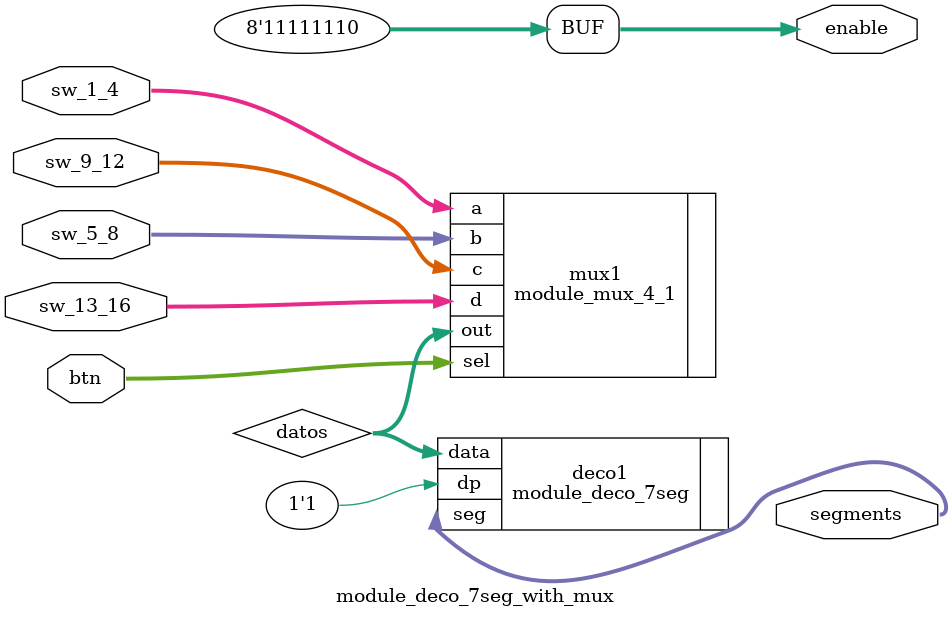
<source format=sv>
`timescale 1ns/1ps

module module_deco_7seg_with_mux(
    input logic [3 : 0]     sw_1_4,
    input logic [3 : 0]     sw_5_8,
    input logic [3 : 0]     sw_9_12,
    input logic [3 : 0]     sw_13_16,
    input logic [1 : 0]     btn,
    output logic [7 : 0]    enable,
    output logic [7 : 0]    segments
);
    //DATOS DE ENTRADA DEL DECODIFICADOR
    logic [3 : 0]       datos;
    //HABILITA UNICAMENTE EL ULTIMO DISPLAY
    assign enable =     8'b11111110;    
        
    module_mux_4_1 #(.ANCHO(4)) mux1(
    .a      (sw_1_4),
    .b      (sw_5_8),
    .c      (sw_9_12),
    .d      (sw_13_16),
    .sel    (btn),
    .out    (datos)
    );
    module_deco_7seg deco1(
    .data   (datos),
    .dp     (1'b1),
    .seg    (segments)    
    );
    
endmodule
</source>
